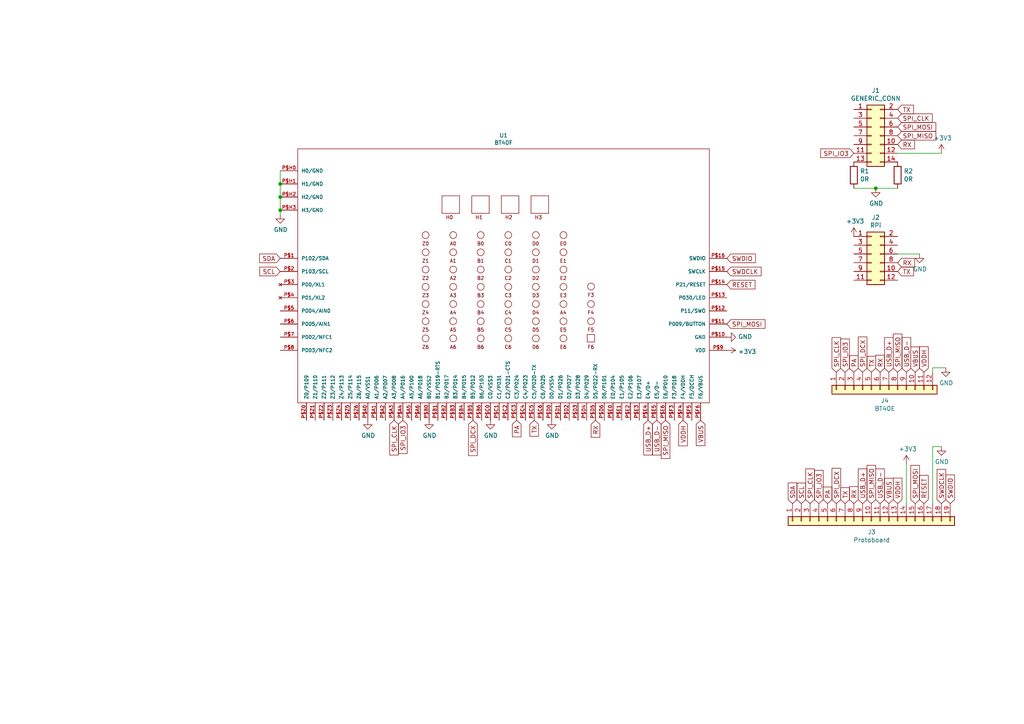
<source format=kicad_sch>
(kicad_sch (version 20230121) (generator eeschema)
  (paper "A4")
  (lib_symbols
    (symbol "BT40E:BT40F" (pin_names (offset 1.016))
      (property "Reference" "U" (at 0 48.26 0))
      (property "Value" "BT40E_BT40F" (at 63.5 -27.94 0))
      (symbol "BT40F_0_1"
        (rectangle (start -57.15 46.99) (end 62.23 -26.67))
      )
      (symbol "BT40F_1_0"
        (polyline (pts (xy -15.3162 28.2956) (xy -15.3162 33.3756)))
        (polyline (pts (xy -15.3162 33.3756) (xy -10.2362 33.3756)))
        (polyline (pts (xy -10.2362 28.2956) (xy -15.3162 28.2956)))
        (polyline (pts (xy -10.2362 33.3756) (xy -10.2362 28.2956)))
        (polyline (pts (xy -6.6802 28.2956) (xy -6.6802 33.3756)))
        (polyline (pts (xy -6.6802 33.3756) (xy -1.6256 33.3756)))
        (polyline (pts (xy -1.6256 28.2956) (xy -6.6802 28.2956)))
        (polyline (pts (xy -1.6256 33.3756) (xy -1.6256 28.2956)))
        (polyline (pts (xy 1.905 28.2956) (xy 1.905 33.3756)))
        (polyline (pts (xy 1.905 33.3756) (xy 6.985 33.3756)))
        (polyline (pts (xy 6.985 28.2956) (xy 1.905 28.2956)))
        (polyline (pts (xy 6.985 33.3756) (xy 6.985 28.2956)))
        (polyline (pts (xy 10.5156 28.2956) (xy 10.5156 33.3756)))
        (polyline (pts (xy 10.5156 33.3756) (xy 15.5956 33.3756)))
        (polyline (pts (xy 15.5956 28.2956) (xy 10.5156 28.2956)))
        (polyline (pts (xy 15.5956 33.3756) (xy 15.5956 28.2956)))
        (text "A0" (at -12.0904 19.5072 0) (effects (font (size 1.016 1.016))))
        (text "A1" (at -12.0904 14.5034 0) (effects (font (size 1.016 1.016))))
        (text "A2" (at -12.0904 9.4996 0) (effects (font (size 1.016 1.016))))
        (text "A3" (at -12.0904 4.4958 0) (effects (font (size 1.016 1.016))))
        (text "A4" (at -12.0904 -0.4826 0) (effects (font (size 1.016 1.016))))
        (text "A4" (at 19.8628 -0.4826 0) (effects (font (size 1.016 1.016))))
        (text "A5" (at -12.0904 -5.4864 0) (effects (font (size 1.016 1.016))))
        (text "A6" (at -12.0904 -10.4902 0) (effects (font (size 1.016 1.016))))
        (text "B0" (at -4.1148 19.5072 0) (effects (font (size 1.016 1.016))))
        (text "B1" (at -4.1148 14.5034 0) (effects (font (size 1.016 1.016))))
        (text "B2" (at -4.1148 9.4996 0) (effects (font (size 1.016 1.016))))
        (text "B3" (at -4.1148 4.4958 0) (effects (font (size 1.016 1.016))))
        (text "B4" (at -4.1148 -0.4826 0) (effects (font (size 1.016 1.016))))
        (text "B5" (at -4.1148 -5.4864 0) (effects (font (size 1.016 1.016))))
        (text "B6" (at -4.1148 -10.4902 0) (effects (font (size 1.016 1.016))))
        (text "C0" (at 3.8608 19.5072 0) (effects (font (size 1.016 1.016))))
        (text "C1" (at 3.8608 14.5034 0) (effects (font (size 1.016 1.016))))
        (text "C2" (at 3.8608 9.4996 0) (effects (font (size 1.016 1.016))))
        (text "C3" (at 3.8608 4.4958 0) (effects (font (size 1.016 1.016))))
        (text "C4" (at 3.8608 -0.4826 0) (effects (font (size 1.016 1.016))))
        (text "C5" (at 3.8608 -5.4864 0) (effects (font (size 1.016 1.016))))
        (text "C6" (at 3.8608 -10.4902 0) (effects (font (size 1.016 1.016))))
        (text "D0" (at 11.8618 19.5072 0) (effects (font (size 1.016 1.016))))
        (text "D1" (at 11.8618 14.5034 0) (effects (font (size 1.016 1.016))))
        (text "D2" (at 11.8618 9.4996 0) (effects (font (size 1.016 1.016))))
        (text "D3" (at 11.8618 4.4958 0) (effects (font (size 1.016 1.016))))
        (text "D4" (at 11.8618 -0.4826 0) (effects (font (size 1.016 1.016))))
        (text "D5" (at 11.8618 -5.4864 0) (effects (font (size 1.016 1.016))))
        (text "D6" (at 11.8618 -10.4902 0) (effects (font (size 1.016 1.016))))
        (text "E0" (at 19.8628 19.5072 0) (effects (font (size 1.016 1.016))))
        (text "E1" (at 19.8628 14.5034 0) (effects (font (size 1.016 1.016))))
        (text "E2" (at 19.8628 9.4996 0) (effects (font (size 1.016 1.016))))
        (text "E3" (at 19.8628 4.4958 0) (effects (font (size 1.016 1.016))))
        (text "E5" (at 19.8628 -5.4864 0) (effects (font (size 1.016 1.016))))
        (text "E6" (at 19.8628 -10.4902 0) (effects (font (size 1.016 1.016))))
        (text "F4" (at 27.8638 -0.4826 0) (effects (font (size 1.016 1.016))))
        (text "F5" (at 27.8638 -5.4864 0) (effects (font (size 1.016 1.016))))
        (text "F6" (at 27.8638 -10.4902 0) (effects (font (size 1.016 1.016))))
        (text "H0" (at -13.1826 27.1272 0) (effects (font (size 1.016 1.016))))
        (text "H1" (at -4.572 27.1272 0) (effects (font (size 1.016 1.016))))
        (text "H2" (at 4.0386 27.1272 0) (effects (font (size 1.016 1.016))))
        (text "H3" (at 12.6492 27.1272 0) (effects (font (size 1.016 1.016))))
        (text "Z0" (at -20.0914 19.5072 0) (effects (font (size 1.016 1.016))))
        (text "Z1" (at -20.0914 14.5034 0) (effects (font (size 1.016 1.016))))
        (text "Z2" (at -20.0914 9.4996 0) (effects (font (size 1.016 1.016))))
        (text "Z3" (at -20.0914 4.4958 0) (effects (font (size 1.016 1.016))))
        (text "Z4" (at -20.0914 -0.4826 0) (effects (font (size 1.016 1.016))))
        (text "Z5" (at -20.0914 -5.4864 0) (effects (font (size 1.016 1.016))))
        (text "Z6" (at -20.0914 -10.4902 0) (effects (font (size 1.016 1.016))))
      )
      (symbol "BT40F_1_1"
        (circle (center -20.066 -7.9756) (radius 0.9906))
        (circle (center -20.066 -2.9972) (radius 0.9906))
        (circle (center -20.066 1.9812) (radius 0.9906))
        (circle (center -20.066 6.985) (radius 0.9906))
        (circle (center -20.066 11.9888) (radius 0.9906))
        (circle (center -20.066 16.9926) (radius 0.9906))
        (circle (center -20.066 21.9964) (radius 0.9906))
        (circle (center -12.065 -7.9756) (radius 0.9906))
        (circle (center -12.065 -2.9972) (radius 0.9906))
        (circle (center -12.065 1.9812) (radius 0.9906))
        (circle (center -12.065 6.985) (radius 0.9906))
        (circle (center -12.065 11.9888) (radius 0.9906))
        (circle (center -12.065 16.9926) (radius 0.9906))
        (circle (center -12.065 21.9964) (radius 0.9906))
        (circle (center -4.0894 -7.9756) (radius 0.9906))
        (circle (center -4.0894 -2.9972) (radius 0.9906))
        (circle (center -4.0894 1.9812) (radius 0.9906))
        (circle (center -4.0894 6.985) (radius 0.9906))
        (circle (center -4.0894 11.9888) (radius 0.9906))
        (circle (center -4.0894 16.9926) (radius 0.9906))
        (circle (center -4.0894 21.9964) (radius 0.9906))
        (circle (center 3.9116 -7.9756) (radius 0.9906))
        (circle (center 3.9116 -2.9972) (radius 0.9906))
        (circle (center 3.9116 1.9812) (radius 0.9906))
        (circle (center 3.9116 6.985) (radius 0.9906))
        (circle (center 3.9116 11.9888) (radius 0.9906))
        (circle (center 3.9116 16.9926) (radius 0.9906))
        (circle (center 3.9116 21.9964) (radius 0.9906))
        (circle (center 11.9126 -7.9756) (radius 0.9906))
        (circle (center 11.9126 -2.9972) (radius 0.9906))
        (circle (center 11.9126 1.9812) (radius 0.9906))
        (circle (center 11.9126 6.985) (radius 0.9906))
        (circle (center 11.9126 11.9888) (radius 0.9906))
        (circle (center 11.9126 16.9926) (radius 0.9906))
        (circle (center 11.9126 21.9964) (radius 0.9906))
        (circle (center 19.9136 -7.9756) (radius 0.9906))
        (circle (center 19.9136 -2.9972) (radius 0.9906))
        (circle (center 19.9136 1.9812) (radius 0.9906))
        (circle (center 19.9136 6.985) (radius 0.9906))
        (circle (center 19.9136 11.9888) (radius 0.9906))
        (circle (center 19.9136 16.9926) (radius 0.9906))
        (circle (center 19.9136 21.9964) (radius 0.9906))
        (rectangle (start 26.797 -6.858) (end 28.956 -9.017))
        (circle (center 27.9146 -2.9972) (radius 0.9906))
        (circle (center 27.9146 1.9812) (radius 0.9906))
        (circle (center 27.9146 7.0612) (radius 0.9906))
        (text "F3" (at 27.8638 4.5974 0) (effects (font (size 1.016 1.016))))
        (pin bidirectional line (at -62.23 15.24 0) (length 5.08) (name "P102/SDA") (number "P$1"))
        (pin bidirectional line (at 67.31 -7.62 180) (length 5.08) (name "GND") (number "P$10"))
        (pin bidirectional line (at 67.31 -3.81 180) (length 5.08) (name "P009/BUTTON") (number "P$11"))
        (pin bidirectional line (at 67.31 0 180) (length 5.08) (name "P11/SWO") (number "P$12"))
        (pin bidirectional line (at 67.31 3.81 180) (length 5.08) (name "P030/LED") (number "P$13"))
        (pin bidirectional line (at 67.31 7.62 180) (length 5.08) (name "P21/RESET") (number "P$14"))
        (pin bidirectional line (at 67.31 11.43 180) (length 5.08) (name "SWCLK") (number "P$15"))
        (pin bidirectional line (at 67.31 15.24 180) (length 5.08) (name "SWDIO") (number "P$16"))
        (pin bidirectional line (at -62.23 11.43 0) (length 5.08) (name "P103/SCL") (number "P$2"))
        (pin no_connect line (at -62.23 7.62 0) (length 5.08) (name "P00/XL1") (number "P$3"))
        (pin no_connect line (at -62.23 3.81 0) (length 5.08) (name "P01/XL2") (number "P$4"))
        (pin bidirectional line (at -62.23 0 0) (length 5.08) (name "P004/AIN0") (number "P$5"))
        (pin bidirectional line (at -62.23 -3.81 0) (length 5.08) (name "P005/AIN1") (number "P$6"))
        (pin bidirectional line (at -62.23 -7.62 0) (length 5.08) (name "P002/NFC1") (number "P$7"))
        (pin bidirectional line (at -62.23 -11.43 0) (length 5.08) (name "P003/NFC2") (number "P$8"))
        (pin bidirectional line (at 67.31 -11.43 180) (length 5.08) (name "VDD") (number "P$9"))
        (pin bidirectional line (at -36.83 -31.75 90) (length 5.08) (name "A0/VSS1") (number "P$A0"))
        (pin bidirectional line (at -34.29 -31.75 90) (length 5.08) (name "A1/P006") (number "P$A1"))
        (pin bidirectional line (at -31.75 -31.75 90) (length 5.08) (name "A2/P007") (number "P$A2"))
        (pin bidirectional line (at -29.21 -31.75 90) (length 5.08) (name "A3/P008") (number "P$A3"))
        (pin bidirectional line (at -26.67 -31.75 90) (length 5.08) (name "A4/P016") (number "P$A4"))
        (pin bidirectional line (at -24.13 -31.75 90) (length 5.08) (name "A5/P100") (number "P$A5"))
        (pin bidirectional line (at -21.59 -31.75 90) (length 5.08) (name "A6/P018") (number "P$A6"))
        (pin bidirectional line (at -19.05 -31.75 90) (length 5.08) (name "B0/VSS2") (number "P$B0"))
        (pin bidirectional line (at -16.51 -31.75 90) (length 5.08) (name "B1/P019-RTS") (number "P$B1"))
        (pin bidirectional line (at -13.97 -31.75 90) (length 5.08) (name "B2/P017") (number "P$B2"))
        (pin bidirectional line (at -11.43 -31.75 90) (length 5.08) (name "B3/P014") (number "P$B3"))
        (pin bidirectional line (at -8.89 -31.75 90) (length 5.08) (name "B4/P015") (number "P$B4"))
        (pin bidirectional line (at -6.35 -31.75 90) (length 5.08) (name "B5/P012") (number "P$B5"))
        (pin bidirectional line (at -3.81 -31.75 90) (length 5.08) (name "B6/P103") (number "P$B6"))
        (pin bidirectional line (at -1.27 -31.75 90) (length 5.08) (name "C0/VSS3") (number "P$C0"))
        (pin bidirectional line (at 1.27 -31.75 90) (length 5.08) (name "C1/P031") (number "P$C1"))
        (pin bidirectional line (at 3.81 -31.75 90) (length 5.08) (name "C2/P021-CTS") (number "P$C2"))
        (pin bidirectional line (at 6.35 -31.75 90) (length 5.08) (name "C3/P024") (number "P$C3"))
        (pin bidirectional line (at 8.89 -31.75 90) (length 5.08) (name "C4/P023") (number "P$C4"))
        (pin bidirectional line (at 11.43 -31.75 90) (length 5.08) (name "C5/P020-TX") (number "P$C5"))
        (pin bidirectional line (at 13.97 -31.75 90) (length 5.08) (name "C6/P025") (number "P$C6"))
        (pin bidirectional line (at 16.51 -31.75 90) (length 5.08) (name "D0/VSS4") (number "P$D0"))
        (pin bidirectional line (at 19.05 -31.75 90) (length 5.08) (name "D1/P026") (number "P$D1"))
        (pin bidirectional line (at 21.59 -31.75 90) (length 5.08) (name "D2/P027") (number "P$D2"))
        (pin bidirectional line (at 24.13 -31.75 90) (length 5.08) (name "D3/P028") (number "P$D3"))
        (pin bidirectional line (at 26.67 -31.75 90) (length 5.08) (name "D4/P029") (number "P$D4"))
        (pin bidirectional line (at 29.21 -31.75 90) (length 5.08) (name "D5/P022-RX") (number "P$D5"))
        (pin bidirectional line (at 31.75 -31.75 90) (length 5.08) (name "D6/P101") (number "P$D6"))
        (pin bidirectional line (at 34.29 -31.75 90) (length 5.08) (name "E0/P104") (number "P$E0"))
        (pin bidirectional line (at 36.83 -31.75 90) (length 5.08) (name "E1/P105") (number "P$E1"))
        (pin bidirectional line (at 39.37 -31.75 90) (length 5.08) (name "E2/P106") (number "P$E2"))
        (pin bidirectional line (at 41.91 -31.75 90) (length 5.08) (name "E3/P107") (number "P$E3"))
        (pin bidirectional line (at 44.45 -31.75 90) (length 5.08) (name "E4/D+") (number "P$E4"))
        (pin bidirectional line (at 46.99 -31.75 90) (length 5.08) (name "E5/D-") (number "P$E5"))
        (pin bidirectional line (at 49.53 -31.75 90) (length 5.08) (name "E6/P010") (number "P$E6"))
        (pin bidirectional line (at 52.07 -31.75 90) (length 5.08) (name "F3/P018") (number "P$F3"))
        (pin bidirectional line (at 54.61 -31.75 90) (length 5.08) (name "F4/VDDH") (number "P$F4"))
        (pin bidirectional line (at 57.15 -31.75 90) (length 5.08) (name "F5/DCCH") (number "P$F5"))
        (pin bidirectional line (at 59.69 -31.75 90) (length 5.08) (name "F6/VBUS") (number "P$F6"))
        (pin bidirectional line (at -62.23 40.64 0) (length 5.08) (name "H0/GND") (number "P$H0"))
        (pin bidirectional line (at -62.23 36.83 0) (length 5.08) (name "H1/GND") (number "P$H1"))
        (pin bidirectional line (at -62.23 33.02 0) (length 5.08) (name "H2/GND") (number "P$H2"))
        (pin bidirectional line (at -62.23 29.21 0) (length 5.08) (name "H3/GND") (number "P$H3"))
        (pin bidirectional line (at -54.61 -31.75 90) (length 5.08) (name "Z0/P109") (number "P$Z0"))
        (pin bidirectional line (at -52.07 -31.75 90) (length 5.08) (name "Z1/P110") (number "P$Z1"))
        (pin bidirectional line (at -49.53 -31.75 90) (length 5.08) (name "Z2/P111") (number "P$Z2"))
        (pin bidirectional line (at -46.99 -31.75 90) (length 5.08) (name "Z3/P112") (number "P$Z3"))
        (pin bidirectional line (at -44.45 -31.75 90) (length 5.08) (name "Z4/P113") (number "P$Z4"))
        (pin bidirectional line (at -41.91 -31.75 90) (length 5.08) (name "Z5/P114") (number "P$Z5"))
        (pin bidirectional line (at -39.37 -31.75 90) (length 5.08) (name "Z6/P115") (number "P$Z6"))
      )
    )
    (symbol "CONECTORES:Conn_02x07_Odd_Even-Connector_Generic" (pin_names (offset 1.016) hide)
      (property "Reference" "J" (at 1.27 10.16 0))
      (property "Value" "CONECTORES_Conn_02x07_Odd_Even-Connector_Generic" (at 1.27 -10.16 0))
      (symbol "Conn_02x07_Odd_Even-Connector_Generic_1_1"
        (rectangle (start -1.27 -7.493) (end 0 -7.747) (stroke (width 0.1524)))
        (rectangle (start -1.27 -4.953) (end 0 -5.207) (stroke (width 0.1524)))
        (rectangle (start -1.27 -2.413) (end 0 -2.667) (stroke (width 0.1524)))
        (rectangle (start -1.27 0.127) (end 0 -0.127) (stroke (width 0.1524)))
        (rectangle (start -1.27 2.667) (end 0 2.413) (stroke (width 0.1524)))
        (rectangle (start -1.27 5.207) (end 0 4.953) (stroke (width 0.1524)))
        (rectangle (start -1.27 7.747) (end 0 7.493) (stroke (width 0.1524)))
        (rectangle (start -1.27 8.89) (end 3.81 -8.89) (stroke (width 0.254)) (fill (type background)))
        (rectangle (start 3.81 -7.493) (end 2.54 -7.747) (stroke (width 0.1524)))
        (rectangle (start 3.81 -4.953) (end 2.54 -5.207) (stroke (width 0.1524)))
        (rectangle (start 3.81 -2.413) (end 2.54 -2.667) (stroke (width 0.1524)))
        (rectangle (start 3.81 0.127) (end 2.54 -0.127) (stroke (width 0.1524)))
        (rectangle (start 3.81 2.667) (end 2.54 2.413) (stroke (width 0.1524)))
        (rectangle (start 3.81 5.207) (end 2.54 4.953) (stroke (width 0.1524)))
        (rectangle (start 3.81 7.747) (end 2.54 7.493) (stroke (width 0.1524)))
        (pin passive line (at -5.08 7.62 0) (length 3.81) (name "Pin_1") (number "1"))
        (pin passive line (at 7.62 -2.54 180) (length 3.81) (name "Pin_10") (number "10"))
        (pin passive line (at -5.08 -5.08 0) (length 3.81) (name "Pin_11") (number "11"))
        (pin passive line (at 7.62 -5.08 180) (length 3.81) (name "Pin_12") (number "12"))
        (pin passive line (at -5.08 -7.62 0) (length 3.81) (name "Pin_13") (number "13"))
        (pin passive line (at 7.62 -7.62 180) (length 3.81) (name "Pin_14") (number "14"))
        (pin passive line (at 7.62 7.62 180) (length 3.81) (name "Pin_2") (number "2"))
        (pin passive line (at -5.08 5.08 0) (length 3.81) (name "Pin_3") (number "3"))
        (pin passive line (at 7.62 5.08 180) (length 3.81) (name "Pin_4") (number "4"))
        (pin passive line (at -5.08 2.54 0) (length 3.81) (name "Pin_5") (number "5"))
        (pin passive line (at 7.62 2.54 180) (length 3.81) (name "Pin_6") (number "6"))
        (pin passive line (at -5.08 0 0) (length 3.81) (name "Pin_7") (number "7"))
        (pin passive line (at 7.62 0 180) (length 3.81) (name "Pin_8") (number "8"))
        (pin passive line (at -5.08 -2.54 0) (length 3.81) (name "Pin_9") (number "9"))
      )
    )
    (symbol "Connector_Generic:Conn_01x12" (pin_names (offset 1.016) hide)
      (property "Reference" "J" (at 0 15.24 0))
      (property "Value" "Conn_01x12" (at 0 -17.78 0))
      (symbol "Conn_01x12_1_1"
        (rectangle (start -1.27 -15.113) (end 0 -15.367) (stroke (width 0.1524)))
        (rectangle (start -1.27 -12.573) (end 0 -12.827) (stroke (width 0.1524)))
        (rectangle (start -1.27 -10.033) (end 0 -10.287) (stroke (width 0.1524)))
        (rectangle (start -1.27 -7.493) (end 0 -7.747) (stroke (width 0.1524)))
        (rectangle (start -1.27 -4.953) (end 0 -5.207) (stroke (width 0.1524)))
        (rectangle (start -1.27 -2.413) (end 0 -2.667) (stroke (width 0.1524)))
        (rectangle (start -1.27 0.127) (end 0 -0.127) (stroke (width 0.1524)))
        (rectangle (start -1.27 2.667) (end 0 2.413) (stroke (width 0.1524)))
        (rectangle (start -1.27 5.207) (end 0 4.953) (stroke (width 0.1524)))
        (rectangle (start -1.27 7.747) (end 0 7.493) (stroke (width 0.1524)))
        (rectangle (start -1.27 10.287) (end 0 10.033) (stroke (width 0.1524)))
        (rectangle (start -1.27 12.827) (end 0 12.573) (stroke (width 0.1524)))
        (rectangle (start -1.27 13.97) (end 1.27 -16.51) (stroke (width 0.254)) (fill (type background)))
        (pin passive line (at -5.08 12.7 0) (length 3.81) (name "Pin_1") (number "1"))
        (pin passive line (at -5.08 -10.16 0) (length 3.81) (name "Pin_10") (number "10"))
        (pin passive line (at -5.08 -12.7 0) (length 3.81) (name "Pin_11") (number "11"))
        (pin passive line (at -5.08 -15.24 0) (length 3.81) (name "Pin_12") (number "12"))
        (pin passive line (at -5.08 10.16 0) (length 3.81) (name "Pin_2") (number "2"))
        (pin passive line (at -5.08 7.62 0) (length 3.81) (name "Pin_3") (number "3"))
        (pin passive line (at -5.08 5.08 0) (length 3.81) (name "Pin_4") (number "4"))
        (pin passive line (at -5.08 2.54 0) (length 3.81) (name "Pin_5") (number "5"))
        (pin passive line (at -5.08 0 0) (length 3.81) (name "Pin_6") (number "6"))
        (pin passive line (at -5.08 -2.54 0) (length 3.81) (name "Pin_7") (number "7"))
        (pin passive line (at -5.08 -5.08 0) (length 3.81) (name "Pin_8") (number "8"))
        (pin passive line (at -5.08 -7.62 0) (length 3.81) (name "Pin_9") (number "9"))
      )
    )
    (symbol "Connector_Generic:Conn_01x19" (pin_names (offset 1.016) hide)
      (property "Reference" "J" (at 0 25.4 0))
      (property "Value" "Conn_01x19" (at 0 -25.4 0))
      (symbol "Conn_01x19_1_1"
        (rectangle (start -1.27 -22.733) (end 0 -22.987) (stroke (width 0.1524)))
        (rectangle (start -1.27 -20.193) (end 0 -20.447) (stroke (width 0.1524)))
        (rectangle (start -1.27 -17.653) (end 0 -17.907) (stroke (width 0.1524)))
        (rectangle (start -1.27 -15.113) (end 0 -15.367) (stroke (width 0.1524)))
        (rectangle (start -1.27 -12.573) (end 0 -12.827) (stroke (width 0.1524)))
        (rectangle (start -1.27 -10.033) (end 0 -10.287) (stroke (width 0.1524)))
        (rectangle (start -1.27 -7.493) (end 0 -7.747) (stroke (width 0.1524)))
        (rectangle (start -1.27 -4.953) (end 0 -5.207) (stroke (width 0.1524)))
        (rectangle (start -1.27 -2.413) (end 0 -2.667) (stroke (width 0.1524)))
        (rectangle (start -1.27 0.127) (end 0 -0.127) (stroke (width 0.1524)))
        (rectangle (start -1.27 2.667) (end 0 2.413) (stroke (width 0.1524)))
        (rectangle (start -1.27 5.207) (end 0 4.953) (stroke (width 0.1524)))
        (rectangle (start -1.27 7.747) (end 0 7.493) (stroke (width 0.1524)))
        (rectangle (start -1.27 10.287) (end 0 10.033) (stroke (width 0.1524)))
        (rectangle (start -1.27 12.827) (end 0 12.573) (stroke (width 0.1524)))
        (rectangle (start -1.27 15.367) (end 0 15.113) (stroke (width 0.1524)))
        (rectangle (start -1.27 17.907) (end 0 17.653) (stroke (width 0.1524)))
        (rectangle (start -1.27 20.447) (end 0 20.193) (stroke (width 0.1524)))
        (rectangle (start -1.27 22.987) (end 0 22.733) (stroke (width 0.1524)))
        (rectangle (start -1.27 24.13) (end 1.27 -24.13) (stroke (width 0.254)) (fill (type background)))
        (pin passive line (at -5.08 22.86 0) (length 3.81) (name "Pin_1") (number "1"))
        (pin passive line (at -5.08 0 0) (length 3.81) (name "Pin_10") (number "10"))
        (pin passive line (at -5.08 -2.54 0) (length 3.81) (name "Pin_11") (number "11"))
        (pin passive line (at -5.08 -5.08 0) (length 3.81) (name "Pin_12") (number "12"))
        (pin passive line (at -5.08 -7.62 0) (length 3.81) (name "Pin_13") (number "13"))
        (pin passive line (at -5.08 -10.16 0) (length 3.81) (name "Pin_14") (number "14"))
        (pin passive line (at -5.08 -12.7 0) (length 3.81) (name "Pin_15") (number "15"))
        (pin passive line (at -5.08 -15.24 0) (length 3.81) (name "Pin_16") (number "16"))
        (pin passive line (at -5.08 -17.78 0) (length 3.81) (name "Pin_17") (number "17"))
        (pin passive line (at -5.08 -20.32 0) (length 3.81) (name "Pin_18") (number "18"))
        (pin passive line (at -5.08 -22.86 0) (length 3.81) (name "Pin_19") (number "19"))
        (pin passive line (at -5.08 20.32 0) (length 3.81) (name "Pin_2") (number "2"))
        (pin passive line (at -5.08 17.78 0) (length 3.81) (name "Pin_3") (number "3"))
        (pin passive line (at -5.08 15.24 0) (length 3.81) (name "Pin_4") (number "4"))
        (pin passive line (at -5.08 12.7 0) (length 3.81) (name "Pin_5") (number "5"))
        (pin passive line (at -5.08 10.16 0) (length 3.81) (name "Pin_6") (number "6"))
        (pin passive line (at -5.08 7.62 0) (length 3.81) (name "Pin_7") (number "7"))
        (pin passive line (at -5.08 5.08 0) (length 3.81) (name "Pin_8") (number "8"))
        (pin passive line (at -5.08 2.54 0) (length 3.81) (name "Pin_9") (number "9"))
      )
    )
    (symbol "Connector_Generic:Conn_02x06_Odd_Even" (pin_names (offset 1.016) hide)
      (property "Reference" "J" (at 1.27 7.62 0))
      (property "Value" "Conn_02x06_Odd_Even" (at 1.27 -10.16 0))
      (symbol "Conn_02x06_Odd_Even_1_1"
        (rectangle (start -1.27 -7.493) (end 0 -7.747) (stroke (width 0.1524)))
        (rectangle (start -1.27 -4.953) (end 0 -5.207) (stroke (width 0.1524)))
        (rectangle (start -1.27 -2.413) (end 0 -2.667) (stroke (width 0.1524)))
        (rectangle (start -1.27 0.127) (end 0 -0.127) (stroke (width 0.1524)))
        (rectangle (start -1.27 2.667) (end 0 2.413) (stroke (width 0.1524)))
        (rectangle (start -1.27 5.207) (end 0 4.953) (stroke (width 0.1524)))
        (rectangle (start -1.27 6.35) (end 3.81 -8.89) (stroke (width 0.254)) (fill (type background)))
        (rectangle (start 3.81 -7.493) (end 2.54 -7.747) (stroke (width 0.1524)))
        (rectangle (start 3.81 -4.953) (end 2.54 -5.207) (stroke (width 0.1524)))
        (rectangle (start 3.81 -2.413) (end 2.54 -2.667) (stroke (width 0.1524)))
        (rectangle (start 3.81 0.127) (end 2.54 -0.127) (stroke (width 0.1524)))
        (rectangle (start 3.81 2.667) (end 2.54 2.413) (stroke (width 0.1524)))
        (rectangle (start 3.81 5.207) (end 2.54 4.953) (stroke (width 0.1524)))
        (pin passive line (at -5.08 5.08 0) (length 3.81) (name "Pin_1") (number "1"))
        (pin passive line (at 7.62 -5.08 180) (length 3.81) (name "Pin_10") (number "10"))
        (pin passive line (at -5.08 -7.62 0) (length 3.81) (name "Pin_11") (number "11"))
        (pin passive line (at 7.62 -7.62 180) (length 3.81) (name "Pin_12") (number "12"))
        (pin passive line (at 7.62 5.08 180) (length 3.81) (name "Pin_2") (number "2"))
        (pin passive line (at -5.08 2.54 0) (length 3.81) (name "Pin_3") (number "3"))
        (pin passive line (at 7.62 2.54 180) (length 3.81) (name "Pin_4") (number "4"))
        (pin passive line (at -5.08 0 0) (length 3.81) (name "Pin_5") (number "5"))
        (pin passive line (at 7.62 0 180) (length 3.81) (name "Pin_6") (number "6"))
        (pin passive line (at -5.08 -2.54 0) (length 3.81) (name "Pin_7") (number "7"))
        (pin passive line (at 7.62 -2.54 180) (length 3.81) (name "Pin_8") (number "8"))
        (pin passive line (at -5.08 -5.08 0) (length 3.81) (name "Pin_9") (number "9"))
      )
    )
    (symbol "Device:R" (pin_numbers hide) (pin_names (offset 0))
      (property "Reference" "R" (at 2.032 0 90))
      (property "Value" "R" (at 0 0 90))
      (symbol "R_0_1"
        (rectangle (start -1.016 -2.54) (end 1.016 2.54) (stroke (width 0.254)))
      )
      (symbol "R_1_1"
        (pin passive line (at 0 3.81 270) (length 1.27) (name "~") (number "1"))
        (pin passive line (at 0 -3.81 90) (length 1.27) (name "~") (number "2"))
      )
    )
    (symbol "power:+3V3" (power) (pin_names (offset 0))
      (property "Value" "+3V3" (at 0 3.556 0))
      (symbol "+3V3_0_1"
        (polyline (pts (xy -0.762 1.27) (xy 0 2.54)))
        (polyline (pts (xy 0 0) (xy 0 2.54)))
        (polyline (pts (xy 0 2.54) (xy 0.762 1.27)))
      )
      (symbol "+3V3_1_1"
        (pin power_in line (at 0 0 90) (length 0) hide (name "+3V3") (number "1"))
      )
    )
    (symbol "power:GND" (power) (pin_names (offset 0))
      (property "Value" "GND" (at 0 -3.81 0))
      (symbol "GND_0_1"
        (polyline (pts (xy 0 0) (xy 0 -1.27) (xy 1.27 -1.27) (xy 0 -2.54) (xy -1.27 -1.27) (xy 0 -1.27)))
      )
      (symbol "GND_1_1"
        (pin power_in line (at 0 0 270) (length 0) hide (name "GND") (number "1"))
      )
    )
  )
  (junction (at 81.28 53.34))
  (junction (at 81.28 60.96))
  (junction (at 81.28 57.15))
  (junction (at 254 54.61))
  (wire (pts (xy 81.28 57.15) (xy 81.28 60.96)))
  (wire (pts (xy 260.35 44.45) (xy 273.05 44.45)))
  (wire (pts (xy 247.65 54.61) (xy 254 54.61)))
  (wire (pts (xy 81.28 53.34) (xy 81.28 57.15)))
  (wire (pts (xy 81.28 60.96) (xy 81.28 62.23)))
  (wire (pts (xy 270.51 129.54) (xy 270.51 146.05)))
  (wire (pts (xy 274.32 106.68) (xy 270.51 106.68)))
  (wire (pts (xy 81.28 49.53) (xy 81.28 53.34)))
  (wire (pts (xy 260.35 73.66) (xy 266.7 73.66)))
  (wire (pts (xy 270.51 106.68) (xy 270.51 107.95)))
  (wire (pts (xy 273.05 129.54) (xy 270.51 129.54)))
  (wire (pts (xy 254 54.61) (xy 260.35 54.61)))
  (wire (pts (xy 262.89 134.62) (xy 262.89 146.05)))
  (global_label "VBUS" (shape input) (at 265.43 107.95 90) (property "Intersheetrefs" "${INTERSHEET_REFS}" (effects hide)))
  (global_label "PA" (shape input) (at 149.86 121.92 270) (property "Intersheetrefs" "${INTERSHEET_REFS}" (effects hide)))
  (global_label "SPI_MISO" (shape input) (at 260.35 39.37 0) (property "Intersheetrefs" "${INTERSHEET_REFS}" (effects hide)))
  (global_label "VDDH" (shape input) (at 260.35 146.05 90) (property "Intersheetrefs" "${INTERSHEET_REFS}" (effects hide)))
  (global_label "SPI_IO3" (shape input) (at 116.84 121.92 270) (property "Intersheetrefs" "${INTERSHEET_REFS}" (effects hide)))
  (global_label "USB_D+" (shape input) (at 250.19 146.05 90) (property "Intersheetrefs" "${INTERSHEET_REFS}" (effects hide)))
  (global_label "SCL" (shape input) (at 232.41 146.05 90) (property "Intersheetrefs" "${INTERSHEET_REFS}" (effects hide)))
  (global_label "SPI_MISO" (shape input) (at 260.35 107.95 90) (property "Intersheetrefs" "${INTERSHEET_REFS}" (effects hide)))
  (global_label "USB_D+" (shape input) (at 257.81 107.95 90) (property "Intersheetrefs" "${INTERSHEET_REFS}" (effects hide)))
  (global_label "USB_D+" (shape input) (at 187.96 121.92 270) (property "Intersheetrefs" "${INTERSHEET_REFS}" (effects hide)))
  (global_label "SPI_MISO" (shape input) (at 193.04 121.92 270) (property "Intersheetrefs" "${INTERSHEET_REFS}" (effects hide)))
  (global_label "SPI_MOSI" (shape input) (at 265.43 146.05 90) (property "Intersheetrefs" "${INTERSHEET_REFS}" (effects hide)))
  (global_label "SPI_MISO" (shape input) (at 252.73 146.05 90) (property "Intersheetrefs" "${INTERSHEET_REFS}" (effects hide)))
  (global_label "RX" (shape input) (at 255.27 107.95 90) (property "Intersheetrefs" "${INTERSHEET_REFS}" (effects hide)))
  (global_label "SPI_DCX" (shape input) (at 250.19 107.95 90) (property "Intersheetrefs" "${INTERSHEET_REFS}" (effects hide)))
  (global_label "VBUS" (shape input) (at 203.2 121.92 270) (property "Intersheetrefs" "${INTERSHEET_REFS}" (effects hide)))
  (global_label "SWDIO" (shape input) (at 275.59 146.05 90) (property "Intersheetrefs" "${INTERSHEET_REFS}" (effects hide)))
  (global_label "SPI_IO3" (shape input) (at 247.65 44.45 180) (property "Intersheetrefs" "${INTERSHEET_REFS}" (effects hide)))
  (global_label "TX" (shape input) (at 260.35 78.74 0) (property "Intersheetrefs" "${INTERSHEET_REFS}" (effects hide)))
  (global_label "SPI_IO3" (shape input) (at 237.49 146.05 90) (property "Intersheetrefs" "${INTERSHEET_REFS}" (effects hide)))
  (global_label "VDDH" (shape input) (at 198.12 121.92 270) (property "Intersheetrefs" "${INTERSHEET_REFS}" (effects hide)))
  (global_label "TX" (shape input) (at 252.73 107.95 90) (property "Intersheetrefs" "${INTERSHEET_REFS}" (effects hide)))
  (global_label "SPI_DCX" (shape input) (at 242.57 146.05 90) (property "Intersheetrefs" "${INTERSHEET_REFS}" (effects hide)))
  (global_label "SDA" (shape input) (at 229.87 146.05 90) (property "Intersheetrefs" "${INTERSHEET_REFS}" (effects hide)))
  (global_label "RX" (shape input) (at 260.35 41.91 0) (property "Intersheetrefs" "${INTERSHEET_REFS}" (effects hide)))
  (global_label "SWDIO" (shape input) (at 210.82 74.93 0) (property "Intersheetrefs" "${INTERSHEET_REFS}" (effects hide)))
  (global_label "SWDCLK" (shape input) (at 210.82 78.74 0) (property "Intersheetrefs" "${INTERSHEET_REFS}" (effects hide)))
  (global_label "SPI_CLK" (shape input) (at 260.35 34.29 0) (property "Intersheetrefs" "${INTERSHEET_REFS}" (effects hide)))
  (global_label "SPI_CLK" (shape input) (at 114.3 121.92 270) (property "Intersheetrefs" "${INTERSHEET_REFS}" (effects hide)))
  (global_label "RX" (shape input) (at 260.35 76.2 0) (property "Intersheetrefs" "${INTERSHEET_REFS}" (effects hide)))
  (global_label "SPI_MOSI" (shape input) (at 260.35 36.83 0) (property "Intersheetrefs" "${INTERSHEET_REFS}" (effects hide)))
  (global_label "SDA" (shape input) (at 81.28 74.93 180) (property "Intersheetrefs" "${INTERSHEET_REFS}" (effects hide)))
  (global_label "SPI_CLK" (shape input) (at 234.95 146.05 90) (property "Intersheetrefs" "${INTERSHEET_REFS}" (effects hide)))
  (global_label "TX" (shape input) (at 154.94 121.92 270) (property "Intersheetrefs" "${INTERSHEET_REFS}" (effects hide)))
  (global_label "SPI_CLK" (shape input) (at 242.57 107.95 90) (property "Intersheetrefs" "${INTERSHEET_REFS}" (effects hide)))
  (global_label "USB_D-" (shape input) (at 255.27 146.05 90) (property "Intersheetrefs" "${INTERSHEET_REFS}" (effects hide)))
  (global_label "RX" (shape input) (at 172.72 121.92 270) (property "Intersheetrefs" "${INTERSHEET_REFS}" (effects hide)))
  (global_label "RESET" (shape input) (at 267.97 146.05 90) (property "Intersheetrefs" "${INTERSHEET_REFS}" (effects hide)))
  (global_label "VBUS" (shape input) (at 257.81 146.05 90) (property "Intersheetrefs" "${INTERSHEET_REFS}" (effects hide)))
  (global_label "SCL" (shape input) (at 81.28 78.74 180) (property "Intersheetrefs" "${INTERSHEET_REFS}" (effects hide)))
  (global_label "RESET" (shape input) (at 210.82 82.55 0) (property "Intersheetrefs" "${INTERSHEET_REFS}" (effects hide)))
  (global_label "RX" (shape input) (at 247.65 146.05 90) (property "Intersheetrefs" "${INTERSHEET_REFS}" (effects hide)))
  (global_label "TX" (shape input) (at 245.11 146.05 90) (property "Intersheetrefs" "${INTERSHEET_REFS}" (effects hide)))
  (global_label "PA" (shape input) (at 247.65 107.95 90) (property "Intersheetrefs" "${INTERSHEET_REFS}" (effects hide)))
  (global_label "USB_D-" (shape input) (at 190.5 121.92 270) (property "Intersheetrefs" "${INTERSHEET_REFS}" (effects hide)))
  (global_label "SWDCLK" (shape input) (at 273.05 146.05 90) (property "Intersheetrefs" "${INTERSHEET_REFS}" (effects hide)))
  (global_label "SPI_MOSI" (shape input) (at 210.82 93.98 0) (property "Intersheetrefs" "${INTERSHEET_REFS}" (effects hide)))
  (global_label "PA" (shape input) (at 240.03 146.05 90) (property "Intersheetrefs" "${INTERSHEET_REFS}" (effects hide)))
  (global_label "VDDH" (shape input) (at 267.97 107.95 90) (property "Intersheetrefs" "${INTERSHEET_REFS}" (effects hide)))
  (global_label "SPI_IO3" (shape input) (at 245.11 107.95 90) (property "Intersheetrefs" "${INTERSHEET_REFS}" (effects hide)))
  (global_label "SPI_DCX" (shape input) (at 137.16 121.92 270) (property "Intersheetrefs" "${INTERSHEET_REFS}" (effects hide)))
  (global_label "USB_D-" (shape input) (at 262.89 107.95 90) (property "Intersheetrefs" "${INTERSHEET_REFS}" (effects hide)))
  (global_label "TX" (shape input) (at 260.35 31.75 0) (property "Intersheetrefs" "${INTERSHEET_REFS}" (effects hide)))
  (symbol (lib_id "BT40E:BT40F") (at 143.51 90.17 0) (unit 1)
    (property "Reference" "U1" (at 146.05 39.2684 0) (effects (font (size 1.143 1.143))))
    (property "Value" "BT40F" (at 146.05 41.402 0) (effects (font (size 1.143 1.143))))
    (property "Footprint" "IoT_Modules:E104-BT40" (effects hide))
  )
  (symbol (lib_id "power:GND") (at 81.28 62.23 0) (unit 1)
    (property "Reference" "#PWR01" (effects hide))
    (property "Value" "GND" (at 81.407 66.6242 0))
  )
  (symbol (lib_id "power:GND") (at 210.82 97.79 90) (unit 1)
    (property "Reference" "#PWR06" (effects hide))
    (property "Value" "GND" (at 214.0712 97.663 90) (effects (justify right)))
  )
  (symbol (lib_id "power:+3V3") (at 210.82 101.6 270) (unit 1)
    (property "Reference" "#PWR07" (effects hide))
    (property "Value" "+3V3" (at 214.0712 101.981 90) (effects (justify left)))
  )
  (symbol (lib_id "power:GND") (at 274.32 106.68 0) (unit 1)
    (property "Reference" "#PWR014" (effects hide))
    (property "Value" "GND" (at 274.447 111.0742 0))
  )
  (symbol (lib_id "power:+3V3") (at 262.89 134.62 0) (unit 1)
    (property "Reference" "#PWR010" (effects hide))
    (property "Value" "+3V3" (at 263.271 130.2258 0))
  )
  (symbol (lib_id "power:GND") (at 106.68 121.92 0) (unit 1)
    (property "Reference" "#PWR02" (effects hide))
    (property "Value" "GND" (at 106.807 126.3142 0))
  )
  (symbol (lib_id "power:GND") (at 124.46 121.92 0) (unit 1)
    (property "Reference" "#PWR03" (effects hide))
    (property "Value" "GND" (at 124.587 126.3142 0))
  )
  (symbol (lib_id "power:GND") (at 142.24 121.92 0) (unit 1)
    (property "Reference" "#PWR04" (effects hide))
    (property "Value" "GND" (at 142.367 126.3142 0))
  )
  (symbol (lib_id "power:GND") (at 160.02 121.92 0) (unit 1)
    (property "Reference" "#PWR05" (effects hide))
    (property "Value" "GND" (at 160.147 126.3142 0))
  )
  (symbol (lib_id "Connector_Generic:Conn_02x06_Odd_Even") (at 252.73 73.66 0) (unit 1)
    (property "Reference" "J2" (at 254 63.0682 0))
    (property "Value" "RPi" (at 254 65.3796 0))
    (property "Footprint" "Connector_PinSocket_2.54mm:PinSocket_2x06_P2.54mm_Vertical" (effects hide))
  )
  (symbol (lib_id "power:+3V3") (at 247.65 68.58 0) (unit 1)
    (property "Reference" "#PWR08" (effects hide))
    (property "Value" "+3V3" (at 248.031 64.1858 0))
  )
  (symbol (lib_id "power:GND") (at 266.7 73.66 0) (unit 1)
    (property "Reference" "#PWR011" (effects hide))
    (property "Value" "GND" (at 266.827 78.0542 0))
  )
  (symbol (lib_id "Connector_Generic:Conn_01x19") (at 252.73 151.13 90) (mirror x) (unit 1)
    (property "Reference" "J3" (at 252.8316 154.305 90))
    (property "Value" "Protoboard" (at 252.8316 156.6164 90))
    (property "Footprint" "Connector_PinHeader_2.54mm:PinHeader_1x19_P2.54mm_Vertical" (effects hide))
  )
  (symbol (lib_id "Connector_Generic:Conn_01x12") (at 255.27 113.03 90) (mirror x) (unit 1)
    (property "Reference" "J4" (at 256.6416 116.205 90))
    (property "Value" "BT40E" (at 256.6416 118.5164 90))
    (property "Footprint" "Connector_PinHeader_2.54mm:PinHeader_1x12_P2.54mm_Vertical" (effects hide))
  )
  (symbol (lib_id "power:GND") (at 273.05 129.54 0) (unit 1)
    (property "Reference" "#PWR013" (effects hide))
    (property "Value" "GND" (at 273.177 133.9342 0))
  )
  (symbol (lib_id "CONECTORES:Conn_02x07_Odd_Even-Connector_Generic") (at 252.73 39.37 0) (unit 1)
    (property "Reference" "J1" (at 254 26.2382 0))
    (property "Value" "GENERIC_CONN" (at 254 28.5496 0))
    (property "Footprint" "Connector_PinSocket_2.54mm:PinSocket_2x07_P2.54mm_Vertical" (effects hide))
  )
  (symbol (lib_id "power:GND") (at 254 54.61 0) (unit 1)
    (property "Reference" "#PWR09" (effects hide))
    (property "Value" "GND" (at 254.127 59.0042 0))
  )
  (symbol (lib_id "power:+3V3") (at 273.05 44.45 0) (unit 1)
    (property "Reference" "#PWR012" (effects hide))
    (property "Value" "+3V3" (at 273.431 40.0558 0))
  )
  (symbol (lib_id "Device:R") (at 247.65 50.8 0) (unit 1)
    (property "Reference" "R1" (at 249.428 49.6316 0) (effects (justify left)))
    (property "Value" "0R" (at 249.428 51.943 0) (effects (justify left)))
    (property "Footprint" "Resistor_SMD:R_0805_2012Metric" (effects hide))
  )
  (symbol (lib_id "Device:R") (at 260.35 50.8 0) (unit 1)
    (property "Reference" "R2" (at 262.128 49.6316 0) (effects (justify left)))
    (property "Value" "0R" (at 262.128 51.943 0) (effects (justify left)))
    (property "Footprint" "Resistor_SMD:R_0805_2012Metric" (effects hide))
  )
)
</source>
